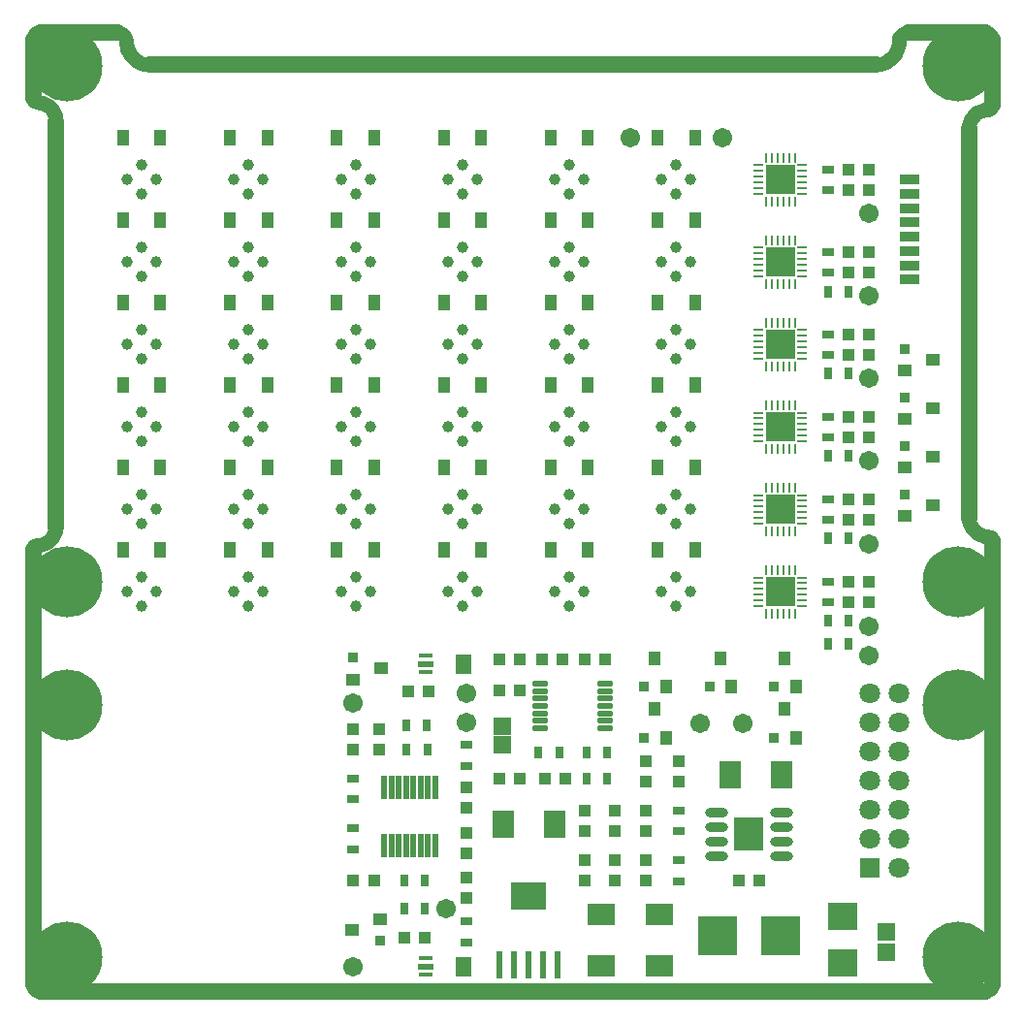
<source format=gbr>
G04*
G04 #@! TF.GenerationSoftware,Altium Limited,Altium Designer,24.1.2 (44)*
G04*
G04 Layer_Color=16711935*
%FSLAX44Y44*%
%MOMM*%
G71*
G04*
G04 #@! TF.SameCoordinates,AB4D1F7E-5540-450B-A896-BEEC34A0DDED*
G04*
G04*
G04 #@! TF.FilePolarity,Negative*
G04*
G01*
G75*
%ADD13C,1.2700*%
%ADD14C,1.4732*%
%ADD15C,1.0032*%
%ADD16C,0.6032*%
%ADD17C,1.4032*%
%ADD18C,6.2032*%
%ADD19C,1.8032*%
%ADD20R,1.8032X1.8032*%
%ADD42R,1.8796X2.3622*%
%ADD43R,0.9500X0.9000*%
%ADD46R,3.1725X2.3455*%
%ADD47R,0.6325X2.3455*%
%ADD48R,2.3622X1.8796*%
%ADD49R,0.9000X0.9500*%
%ADD55R,2.6500X2.6500*%
%ADD56R,0.8048X0.2746*%
%ADD57R,0.2746X0.8048*%
%ADD60R,1.7018X0.8128*%
%ADD65R,1.2700X0.3810*%
%ADD66O,1.4532X0.5532*%
%ADD67R,3.5032X3.3532*%
%ADD68R,1.1032X1.0032*%
%ADD69R,0.8032X1.1032*%
%ADD70R,1.0032X1.1032*%
%ADD71R,1.1032X0.8032*%
%ADD72R,0.6032X2.0032*%
%ADD73R,1.6032X1.5032*%
%ADD74R,1.1532X1.1032*%
%ADD75R,1.4732X0.6032*%
%ADD76R,1.4732X1.7532*%
%ADD77R,1.1032X1.1532*%
%ADD78R,2.5032X2.4892*%
%ADD79O,2.0032X0.8032*%
%ADD80R,2.5032X3.0032*%
%ADD81C,1.7032*%
%ADD82R,1.1132X1.4232*%
%ADD83R,1.6032X1.6032*%
D13*
X26350Y766130D02*
X26149Y768688D01*
X25550Y771182D01*
X24568Y773553D01*
X23228Y775740D01*
X21561Y777691D01*
X19611Y779358D01*
X17423Y780698D01*
X15053Y781680D01*
X12558Y782279D01*
X10000Y782480D01*
X838000Y6350D02*
X840821Y7105D01*
X842889Y9168D01*
X843650Y11988D01*
X770000Y843650D02*
X767636Y843275D01*
X765504Y842189D01*
X763811Y840496D01*
X762725Y838364D01*
X762350Y836000D01*
X843650Y838000D02*
X842893Y840825D01*
X840825Y842893D01*
X838000Y843650D01*
X843650Y400000D02*
X842581Y402581D01*
X840000Y403650D01*
X6350Y12000D02*
X7105Y9179D01*
X9168Y7111D01*
X11988Y6350D01*
X823650Y420000D02*
X823851Y417442D01*
X824450Y414948D01*
X825432Y412577D01*
X826772Y410390D01*
X828439Y408439D01*
X830390Y406772D01*
X832577Y405432D01*
X834948Y404450D01*
X837442Y403851D01*
X840000Y403650D01*
X742000Y815650D02*
X744451Y815798D01*
X746867Y816240D01*
X749212Y816970D01*
X751451Y817978D01*
X753553Y819247D01*
X755487Y820761D01*
X757225Y822497D01*
X758740Y824429D01*
X760012Y826529D01*
X761022Y828768D01*
X761755Y831112D01*
X762199Y833527D01*
X762350Y835978D01*
X12000Y843650D02*
X9175Y842893D01*
X7107Y840825D01*
X6350Y838000D01*
X10000Y396080D02*
X7419Y395011D01*
X6350Y392430D01*
X10000Y396080D02*
X12558Y396281D01*
X15053Y396880D01*
X17423Y397862D01*
X19611Y399202D01*
X21561Y400869D01*
X23228Y402820D01*
X24568Y405007D01*
X25550Y407378D01*
X26149Y409872D01*
X26350Y412430D01*
X87650Y836000D02*
X87276Y838360D01*
X86193Y840490D01*
X84506Y842182D01*
X82378Y843271D01*
X80019Y843650D01*
X6350Y786130D02*
X7419Y783549D01*
X10000Y782480D01*
X840001Y776350D02*
X837457Y776151D01*
X834975Y775559D01*
X832615Y774587D01*
X830436Y773260D01*
X828489Y771611D01*
X826823Y769678D01*
X825477Y767510D01*
X824486Y765159D01*
X823872Y762682D01*
X823651Y760140D01*
X87650Y835978D02*
X87801Y833527D01*
X88245Y831112D01*
X88978Y828768D01*
X89988Y826529D01*
X91260Y824429D01*
X92775Y822497D01*
X94513Y820761D01*
X96447Y819247D01*
X98549Y817978D01*
X100788Y816970D01*
X103133Y816240D01*
X105549Y815798D01*
X108000Y815650D01*
X840012Y776350D02*
X842562Y777399D01*
X843650Y779933D01*
D14*
X6350Y12025D02*
X6350Y392412D01*
X843650Y12000D02*
X843650Y400000D01*
X26350Y412430D02*
Y766130D01*
X823650Y420000D02*
Y760000D01*
X843650Y780001D02*
Y838000D01*
X12000Y6350D02*
X837975Y6350D01*
X6350Y786130D02*
Y838000D01*
X770000Y843650D02*
X838000D01*
X12018Y843650D02*
X80000Y843650D01*
X108000Y815650D02*
X742000D01*
D15*
X555400Y427000D02*
D03*
X568100Y439700D02*
D03*
Y414300D02*
D03*
X580800Y427000D02*
D03*
X555400Y355000D02*
D03*
X568100Y367700D02*
D03*
Y342300D02*
D03*
X580800Y355000D02*
D03*
X462060D02*
D03*
X474760Y367700D02*
D03*
Y342300D02*
D03*
X487460Y355000D02*
D03*
X368720Y427000D02*
D03*
X381420Y439700D02*
D03*
Y414300D02*
D03*
X394120Y427000D02*
D03*
X462060D02*
D03*
X474760Y439700D02*
D03*
Y414300D02*
D03*
X487460Y427000D02*
D03*
X368720Y355000D02*
D03*
X381420Y367700D02*
D03*
Y342300D02*
D03*
X394120Y355000D02*
D03*
X275380D02*
D03*
X288080Y367700D02*
D03*
Y342300D02*
D03*
X300780Y355000D02*
D03*
X275380Y427000D02*
D03*
X288080Y439700D02*
D03*
Y414300D02*
D03*
X300780Y427000D02*
D03*
X275380Y499000D02*
D03*
X288080Y511700D02*
D03*
Y486300D02*
D03*
X300780Y499000D02*
D03*
X368720D02*
D03*
X381420Y511700D02*
D03*
Y486300D02*
D03*
X394120Y499000D02*
D03*
X462060D02*
D03*
X474760Y511700D02*
D03*
Y486300D02*
D03*
X487460Y499000D02*
D03*
X555400D02*
D03*
X568100Y511700D02*
D03*
Y486300D02*
D03*
X580800Y499000D02*
D03*
X555400Y571000D02*
D03*
X568100Y583700D02*
D03*
Y558300D02*
D03*
X580800Y571000D02*
D03*
X462060D02*
D03*
X474760Y583700D02*
D03*
Y558300D02*
D03*
X487460Y571000D02*
D03*
X368720D02*
D03*
X381420Y583700D02*
D03*
Y558300D02*
D03*
X394120Y571000D02*
D03*
X275380D02*
D03*
X288080Y583700D02*
D03*
Y558300D02*
D03*
X300780Y571000D02*
D03*
X182040D02*
D03*
X194740Y583700D02*
D03*
Y558300D02*
D03*
X207440Y571000D02*
D03*
X182040Y499000D02*
D03*
X194740Y511700D02*
D03*
Y486300D02*
D03*
X207440Y499000D02*
D03*
X182040Y427000D02*
D03*
X194740Y439700D02*
D03*
Y414300D02*
D03*
X207440Y427000D02*
D03*
X182040Y355000D02*
D03*
X194740Y367700D02*
D03*
Y342300D02*
D03*
X207440Y355000D02*
D03*
X88700D02*
D03*
X101400Y367700D02*
D03*
Y342300D02*
D03*
X114100Y355000D02*
D03*
X88700Y427000D02*
D03*
X101400Y439700D02*
D03*
Y414300D02*
D03*
X114100Y427000D02*
D03*
X88700Y499000D02*
D03*
X101400Y511700D02*
D03*
Y486300D02*
D03*
X114100Y499000D02*
D03*
X88700Y571000D02*
D03*
X101400Y583700D02*
D03*
Y558300D02*
D03*
X114100Y571000D02*
D03*
X182040Y643000D02*
D03*
X194740Y655700D02*
D03*
Y630300D02*
D03*
X207440Y643000D02*
D03*
X275380D02*
D03*
X288080Y655700D02*
D03*
Y630300D02*
D03*
X300780Y643000D02*
D03*
X368720D02*
D03*
X381420Y655700D02*
D03*
Y630300D02*
D03*
X394120Y643000D02*
D03*
X462060D02*
D03*
X474760Y655700D02*
D03*
Y630300D02*
D03*
X487460Y643000D02*
D03*
X580800D02*
D03*
X568100Y630300D02*
D03*
Y655700D02*
D03*
X555400Y643000D02*
D03*
Y715000D02*
D03*
X568100Y727700D02*
D03*
Y702300D02*
D03*
X580800Y715000D02*
D03*
X462060D02*
D03*
X474760Y727700D02*
D03*
Y702300D02*
D03*
X487460Y715000D02*
D03*
X368720D02*
D03*
X381420Y727700D02*
D03*
Y702300D02*
D03*
X394120Y715000D02*
D03*
X275380D02*
D03*
X288080Y727700D02*
D03*
Y702300D02*
D03*
X300780Y715000D02*
D03*
X182040D02*
D03*
X194740Y727700D02*
D03*
Y702300D02*
D03*
X207440Y715000D02*
D03*
X88700D02*
D03*
X101400Y727700D02*
D03*
Y702300D02*
D03*
X114100Y715000D02*
D03*
X88700Y643000D02*
D03*
X101400Y655700D02*
D03*
Y630300D02*
D03*
X114100Y643000D02*
D03*
D16*
X837863Y843679D02*
D03*
X827863D02*
D03*
X817863D02*
D03*
X807863D02*
D03*
X797863D02*
D03*
X787863D02*
D03*
X777863D02*
D03*
X767868Y843357D02*
D03*
X762267Y835073D02*
D03*
X759363Y825504D02*
D03*
X752230Y818495D02*
D03*
X742627Y815704D02*
D03*
X732628Y815679D02*
D03*
X722628D02*
D03*
X712628D02*
D03*
X702628D02*
D03*
X692628D02*
D03*
X682628D02*
D03*
X672628D02*
D03*
X662628D02*
D03*
X652628D02*
D03*
X642628D02*
D03*
X632628D02*
D03*
X622628D02*
D03*
X612628D02*
D03*
X602628D02*
D03*
X592628D02*
D03*
X582628D02*
D03*
X572628D02*
D03*
X562628D02*
D03*
X552628D02*
D03*
X542628D02*
D03*
X532628D02*
D03*
X522628D02*
D03*
X512628D02*
D03*
X502628D02*
D03*
X492628D02*
D03*
X482628D02*
D03*
X472628D02*
D03*
X462628D02*
D03*
X452628D02*
D03*
X442628D02*
D03*
X432628D02*
D03*
X422628D02*
D03*
X412628D02*
D03*
X402628D02*
D03*
X392628D02*
D03*
X382628D02*
D03*
X372628D02*
D03*
X362628D02*
D03*
X352628D02*
D03*
X342628D02*
D03*
X332628D02*
D03*
X322628D02*
D03*
X312628D02*
D03*
X302628D02*
D03*
X292628D02*
D03*
X282628D02*
D03*
X272628D02*
D03*
X262628D02*
D03*
X252628D02*
D03*
X242628D02*
D03*
X232629D02*
D03*
X222629D02*
D03*
X212629D02*
D03*
X202629D02*
D03*
X192629D02*
D03*
X182629D02*
D03*
X172629D02*
D03*
X162629D02*
D03*
X152629D02*
D03*
X142629D02*
D03*
X132629D02*
D03*
X122629D02*
D03*
X112629D02*
D03*
X102659Y816448D02*
D03*
X93933Y821335D02*
D03*
X88693Y829852D02*
D03*
X86726Y839656D02*
D03*
X77571Y843679D02*
D03*
X67571D02*
D03*
X57571D02*
D03*
X47571D02*
D03*
X37571Y843679D02*
D03*
X27571D02*
D03*
X17571D02*
D03*
X7768Y841704D02*
D03*
X6321Y831809D02*
D03*
Y821809D02*
D03*
Y811810D02*
D03*
Y801810D02*
D03*
Y791810D02*
D03*
X10419Y782688D02*
D03*
X19766Y779132D02*
D03*
X25583Y770999D02*
D03*
X26321Y761026D02*
D03*
Y751026D02*
D03*
Y741026D02*
D03*
Y731026D02*
D03*
Y721026D02*
D03*
Y711026D02*
D03*
Y701026D02*
D03*
Y691026D02*
D03*
Y681026D02*
D03*
Y671026D02*
D03*
Y661026D02*
D03*
Y651026D02*
D03*
Y641026D02*
D03*
Y631026D02*
D03*
Y621026D02*
D03*
Y611026D02*
D03*
Y601026D02*
D03*
Y591026D02*
D03*
Y581026D02*
D03*
Y571026D02*
D03*
Y561026D02*
D03*
Y551026D02*
D03*
Y541026D02*
D03*
Y531026D02*
D03*
Y521026D02*
D03*
Y511026D02*
D03*
Y501026D02*
D03*
Y491026D02*
D03*
Y481026D02*
D03*
Y471026D02*
D03*
Y461026D02*
D03*
Y451026D02*
D03*
Y441026D02*
D03*
Y431026D02*
D03*
Y421026D02*
D03*
X26332Y411026D02*
D03*
X22373Y401844D02*
D03*
X13880Y396564D02*
D03*
X6321Y390017D02*
D03*
Y380017D02*
D03*
Y370017D02*
D03*
Y360017D02*
D03*
Y350017D02*
D03*
Y340018D02*
D03*
Y330018D02*
D03*
Y320018D02*
D03*
Y310018D02*
D03*
Y300018D02*
D03*
Y290018D02*
D03*
Y280018D02*
D03*
Y270018D02*
D03*
Y260018D02*
D03*
Y250018D02*
D03*
Y240018D02*
D03*
Y230018D02*
D03*
Y220018D02*
D03*
Y210018D02*
D03*
Y200018D02*
D03*
Y190018D02*
D03*
Y180018D02*
D03*
Y170018D02*
D03*
Y160018D02*
D03*
Y150018D02*
D03*
Y140018D02*
D03*
Y130018D02*
D03*
Y120018D02*
D03*
Y110018D02*
D03*
Y100018D02*
D03*
Y90018D02*
D03*
Y80018D02*
D03*
Y70018D02*
D03*
Y60018D02*
D03*
Y50018D02*
D03*
Y40018D02*
D03*
Y30018D02*
D03*
Y20018D02*
D03*
X6742Y10027D02*
D03*
X16030Y6321D02*
D03*
X26030D02*
D03*
X36030D02*
D03*
X46030D02*
D03*
X56030D02*
D03*
X66030D02*
D03*
X76030D02*
D03*
X86030D02*
D03*
X96030D02*
D03*
X106030D02*
D03*
X116030D02*
D03*
X126030D02*
D03*
X136030D02*
D03*
X146030D02*
D03*
X156030D02*
D03*
X166030D02*
D03*
X176029D02*
D03*
X186029D02*
D03*
X196029D02*
D03*
X206029D02*
D03*
X216029D02*
D03*
X226029D02*
D03*
X236029D02*
D03*
X246029D02*
D03*
X256029D02*
D03*
X266029D02*
D03*
X276029D02*
D03*
X286029D02*
D03*
X296029D02*
D03*
X306029D02*
D03*
X316029D02*
D03*
X326029D02*
D03*
X336029D02*
D03*
X346029D02*
D03*
X356029D02*
D03*
X366029D02*
D03*
X376029D02*
D03*
X386029D02*
D03*
X396029D02*
D03*
X406029D02*
D03*
X416029D02*
D03*
X426029D02*
D03*
X436029D02*
D03*
X446029D02*
D03*
X456029D02*
D03*
X466029D02*
D03*
X476029D02*
D03*
X486029D02*
D03*
X496029D02*
D03*
X506029D02*
D03*
X516029D02*
D03*
X526029D02*
D03*
X536029D02*
D03*
X546029D02*
D03*
X556029D02*
D03*
X566029D02*
D03*
X576029D02*
D03*
X586029D02*
D03*
X596029D02*
D03*
X606029D02*
D03*
X616029D02*
D03*
X626029D02*
D03*
X636029D02*
D03*
X646029D02*
D03*
X656029D02*
D03*
X666029D02*
D03*
X676029D02*
D03*
X686029D02*
D03*
X696029D02*
D03*
X706029D02*
D03*
X716029D02*
D03*
X726028D02*
D03*
X736028D02*
D03*
X746028D02*
D03*
X756028D02*
D03*
X766028D02*
D03*
X776028D02*
D03*
X786028D02*
D03*
X796028D02*
D03*
X806028D02*
D03*
X816028D02*
D03*
X826028D02*
D03*
X836028D02*
D03*
X843566Y12892D02*
D03*
X843679Y22891D02*
D03*
Y32891D02*
D03*
Y42891D02*
D03*
Y52891D02*
D03*
Y62891D02*
D03*
Y72891D02*
D03*
Y82891D02*
D03*
Y92891D02*
D03*
Y102891D02*
D03*
Y112891D02*
D03*
Y122891D02*
D03*
Y132891D02*
D03*
X843679Y142891D02*
D03*
Y152891D02*
D03*
Y162891D02*
D03*
Y172891D02*
D03*
Y182891D02*
D03*
Y192891D02*
D03*
Y202891D02*
D03*
Y212891D02*
D03*
Y222891D02*
D03*
Y232891D02*
D03*
Y242891D02*
D03*
Y252891D02*
D03*
Y262891D02*
D03*
X843679Y272891D02*
D03*
Y282891D02*
D03*
Y292891D02*
D03*
Y302891D02*
D03*
Y312890D02*
D03*
Y322891D02*
D03*
Y332891D02*
D03*
Y342891D02*
D03*
Y352891D02*
D03*
Y362890D02*
D03*
Y372890D02*
D03*
Y382890D02*
D03*
Y392890D02*
D03*
X842293Y402794D02*
D03*
X832651Y405444D02*
D03*
X825524Y412458D02*
D03*
X823679Y422287D02*
D03*
X823679Y432287D02*
D03*
X823679Y442287D02*
D03*
X823679Y452287D02*
D03*
X823679Y462287D02*
D03*
X823679Y472287D02*
D03*
X823679Y482287D02*
D03*
X823679Y492287D02*
D03*
X823679Y502287D02*
D03*
X823680Y512287D02*
D03*
X823680Y522287D02*
D03*
X823680Y532287D02*
D03*
X823680Y542286D02*
D03*
X823680Y552286D02*
D03*
X823680Y562286D02*
D03*
X823680Y572286D02*
D03*
X823680Y582286D02*
D03*
X823680Y592286D02*
D03*
X823680Y602286D02*
D03*
X823680Y612286D02*
D03*
X823680Y622286D02*
D03*
X823680Y632286D02*
D03*
X823680Y642286D02*
D03*
X823680Y652286D02*
D03*
X823680Y662286D02*
D03*
X823680Y672286D02*
D03*
X823680Y682286D02*
D03*
X823680Y692286D02*
D03*
X823680Y702286D02*
D03*
X823680Y712286D02*
D03*
X823680Y722286D02*
D03*
X823680Y732286D02*
D03*
X823680Y742286D02*
D03*
X823680Y752286D02*
D03*
X823901Y762284D02*
D03*
X828215Y771305D02*
D03*
X837038Y776011D02*
D03*
X843679Y783487D02*
D03*
Y793487D02*
D03*
Y803487D02*
D03*
Y813487D02*
D03*
Y823487D02*
D03*
Y833487D02*
D03*
D17*
X52165Y239835D02*
D03*
X19835D02*
D03*
Y272164D02*
D03*
X52165D02*
D03*
X58860Y256000D02*
D03*
X36000Y233140D02*
D03*
X13140Y256000D02*
D03*
X36000Y278860D02*
D03*
X52165Y19835D02*
D03*
X19835D02*
D03*
Y52165D02*
D03*
X52165D02*
D03*
X58860Y36000D02*
D03*
X36000Y13140D02*
D03*
X13140Y36000D02*
D03*
X36000Y58860D02*
D03*
X830164Y19835D02*
D03*
X797835D02*
D03*
Y52165D02*
D03*
X830164D02*
D03*
X836860Y36000D02*
D03*
X814000Y13140D02*
D03*
X791140Y36000D02*
D03*
X814000Y58860D02*
D03*
X830164Y239835D02*
D03*
X797835D02*
D03*
Y272164D02*
D03*
X830164D02*
D03*
X836860Y256000D02*
D03*
X814000Y233140D02*
D03*
X791140Y256000D02*
D03*
X814000Y278860D02*
D03*
X830164Y347836D02*
D03*
X797835D02*
D03*
Y380164D02*
D03*
X830164D02*
D03*
X836860Y364000D02*
D03*
X814000Y341140D02*
D03*
X791140Y364000D02*
D03*
X814000Y386860D02*
D03*
X830164Y797835D02*
D03*
X797835D02*
D03*
Y830164D02*
D03*
X830164D02*
D03*
X836860Y814000D02*
D03*
X814000Y791140D02*
D03*
X791140Y814000D02*
D03*
X814000Y836860D02*
D03*
X52165Y797835D02*
D03*
X19835D02*
D03*
Y830164D02*
D03*
X52165D02*
D03*
X58860Y814000D02*
D03*
X36000Y791140D02*
D03*
X13140Y814000D02*
D03*
X36000Y836860D02*
D03*
X52165Y347836D02*
D03*
X19835D02*
D03*
Y380164D02*
D03*
X52165D02*
D03*
X58860Y364000D02*
D03*
X36000Y341140D02*
D03*
X13140Y364000D02*
D03*
X36000Y386860D02*
D03*
D18*
Y256000D02*
D03*
Y36000D02*
D03*
X814000D02*
D03*
Y256000D02*
D03*
Y364000D02*
D03*
Y814000D02*
D03*
X36000D02*
D03*
Y364000D02*
D03*
D19*
X762700Y113800D02*
D03*
Y139200D02*
D03*
Y164600D02*
D03*
Y190000D02*
D03*
Y215400D02*
D03*
Y240800D02*
D03*
Y266200D02*
D03*
X737300Y139200D02*
D03*
Y164600D02*
D03*
Y190000D02*
D03*
Y215400D02*
D03*
Y240800D02*
D03*
Y266200D02*
D03*
D20*
Y113800D02*
D03*
D42*
X461772Y152273D02*
D03*
X417068D02*
D03*
X615370Y195580D02*
D03*
X660074D02*
D03*
D43*
X309666Y50190D02*
D03*
X767280Y567030D02*
D03*
Y524697D02*
D03*
Y482363D02*
D03*
Y440030D02*
D03*
X285750Y297485D02*
D03*
D46*
X439142Y89294D02*
D03*
D47*
X413742Y29088D02*
D03*
X426442D02*
D03*
X439142D02*
D03*
X451842D02*
D03*
X464542D02*
D03*
D48*
X502920Y73152D02*
D03*
Y28448D02*
D03*
X553720Y73240D02*
D03*
Y28536D02*
D03*
D49*
X539931Y227530D02*
D03*
X653440D02*
D03*
Y271980D02*
D03*
X597320D02*
D03*
X539931D02*
D03*
D55*
X659130Y715000D02*
D03*
Y643000D02*
D03*
Y499000D02*
D03*
Y571000D02*
D03*
Y427000D02*
D03*
Y355000D02*
D03*
D56*
X678154Y702500D02*
D03*
Y707500D02*
D03*
Y712500D02*
D03*
Y717500D02*
D03*
Y722500D02*
D03*
Y727500D02*
D03*
X640106D02*
D03*
Y722500D02*
D03*
Y717500D02*
D03*
Y712500D02*
D03*
Y707500D02*
D03*
Y702500D02*
D03*
Y630500D02*
D03*
Y635500D02*
D03*
Y640500D02*
D03*
Y645500D02*
D03*
Y650500D02*
D03*
Y655500D02*
D03*
X678154D02*
D03*
Y650500D02*
D03*
Y645500D02*
D03*
Y640500D02*
D03*
Y635500D02*
D03*
Y630500D02*
D03*
X640106Y486500D02*
D03*
Y491500D02*
D03*
Y496500D02*
D03*
Y501500D02*
D03*
Y506500D02*
D03*
Y511500D02*
D03*
X678154D02*
D03*
Y506500D02*
D03*
Y501500D02*
D03*
Y496500D02*
D03*
Y491500D02*
D03*
Y486500D02*
D03*
X640106Y558500D02*
D03*
Y563500D02*
D03*
Y568500D02*
D03*
Y573500D02*
D03*
Y578500D02*
D03*
Y583500D02*
D03*
X678154D02*
D03*
Y578500D02*
D03*
Y573500D02*
D03*
Y568500D02*
D03*
Y563500D02*
D03*
Y558500D02*
D03*
X640106Y414500D02*
D03*
Y419500D02*
D03*
Y424500D02*
D03*
Y429500D02*
D03*
Y434500D02*
D03*
Y439500D02*
D03*
X678154D02*
D03*
Y434500D02*
D03*
Y429500D02*
D03*
Y424500D02*
D03*
Y419500D02*
D03*
Y414500D02*
D03*
X640106Y342500D02*
D03*
Y347500D02*
D03*
Y352500D02*
D03*
Y357500D02*
D03*
Y362500D02*
D03*
Y367500D02*
D03*
X678154D02*
D03*
Y362500D02*
D03*
Y357500D02*
D03*
Y352500D02*
D03*
Y347500D02*
D03*
Y342500D02*
D03*
D57*
X671630Y734024D02*
D03*
X666630D02*
D03*
X661630D02*
D03*
X656630D02*
D03*
X651630D02*
D03*
X646630D02*
D03*
Y695976D02*
D03*
X651630D02*
D03*
X656630D02*
D03*
X661630D02*
D03*
X666630D02*
D03*
X671630D02*
D03*
Y623976D02*
D03*
X666630D02*
D03*
X661630D02*
D03*
X656630D02*
D03*
X651630D02*
D03*
X646630D02*
D03*
Y662024D02*
D03*
X651630D02*
D03*
X656630D02*
D03*
X661630D02*
D03*
X666630D02*
D03*
X671630D02*
D03*
Y479976D02*
D03*
X666630D02*
D03*
X661630D02*
D03*
X656630D02*
D03*
X651630D02*
D03*
X646630D02*
D03*
Y518024D02*
D03*
X651630D02*
D03*
X656630D02*
D03*
X661630D02*
D03*
X666630D02*
D03*
X671630D02*
D03*
Y551976D02*
D03*
X666630D02*
D03*
X661630D02*
D03*
X656630D02*
D03*
X651630D02*
D03*
X646630D02*
D03*
Y590024D02*
D03*
X651630D02*
D03*
X656630D02*
D03*
X661630D02*
D03*
X666630D02*
D03*
X671630D02*
D03*
Y407976D02*
D03*
X666630D02*
D03*
X661630D02*
D03*
X656630D02*
D03*
X651630D02*
D03*
X646630D02*
D03*
Y446024D02*
D03*
X651630D02*
D03*
X656630D02*
D03*
X661630D02*
D03*
X666630D02*
D03*
X671630D02*
D03*
Y335976D02*
D03*
X666630D02*
D03*
X661630D02*
D03*
X656630D02*
D03*
X651630D02*
D03*
X646630D02*
D03*
Y374024D02*
D03*
X651630D02*
D03*
X656630D02*
D03*
X661630D02*
D03*
X666630D02*
D03*
X671630D02*
D03*
D60*
X772160Y715080D02*
D03*
Y702580D02*
D03*
Y690080D02*
D03*
Y677580D02*
D03*
Y665080D02*
D03*
Y652580D02*
D03*
Y640080D02*
D03*
Y627580D02*
D03*
D65*
X349250Y34925D02*
D03*
Y20955D02*
D03*
Y299085D02*
D03*
Y285115D02*
D03*
D66*
X505770Y274770D02*
D03*
Y268270D02*
D03*
Y261770D02*
D03*
Y255270D02*
D03*
Y248770D02*
D03*
Y242270D02*
D03*
Y235770D02*
D03*
X449270Y274770D02*
D03*
Y268270D02*
D03*
Y261770D02*
D03*
Y255270D02*
D03*
Y248770D02*
D03*
Y242270D02*
D03*
Y235770D02*
D03*
D67*
X659130Y54610D02*
D03*
X604130D02*
D03*
D68*
X413910Y295888D02*
D03*
X431910D02*
D03*
Y269240D02*
D03*
X413910D02*
D03*
X351900Y267970D02*
D03*
X333900D02*
D03*
X413800Y191770D02*
D03*
X431800D02*
D03*
X453280D02*
D03*
X471280D02*
D03*
X286283Y102870D02*
D03*
X304283D02*
D03*
X330718Y53340D02*
D03*
X348718D02*
D03*
X622630Y102870D02*
D03*
X640630D02*
D03*
X451054Y295888D02*
D03*
X469054D02*
D03*
X488198D02*
D03*
X506198D02*
D03*
D69*
X332362Y238761D02*
D03*
X350521Y238760D02*
D03*
X350900Y217169D02*
D03*
X332741Y217170D02*
D03*
X447931Y214631D02*
D03*
X466090Y214630D02*
D03*
X489841Y214631D02*
D03*
X508000Y214630D02*
D03*
X489842Y191771D02*
D03*
X508001Y191770D02*
D03*
X330449Y102871D02*
D03*
X348608Y102870D02*
D03*
X330449Y78741D02*
D03*
X348608Y78740D02*
D03*
X718821Y309880D02*
D03*
X700662Y309881D02*
D03*
Y330201D02*
D03*
X718821Y330200D02*
D03*
X700662Y401956D02*
D03*
X718821Y401955D02*
D03*
X700662Y473711D02*
D03*
X718821Y473710D02*
D03*
X700662Y545466D02*
D03*
X718821Y545465D02*
D03*
X700662Y617221D02*
D03*
X718821Y617220D02*
D03*
D70*
X308610Y235060D02*
D03*
Y217060D02*
D03*
X285750D02*
D03*
Y235060D02*
D03*
X384810Y166260D02*
D03*
Y184260D02*
D03*
X488188Y163940D02*
D03*
Y145940D02*
D03*
X514858D02*
D03*
Y163940D02*
D03*
X488188Y120760D02*
D03*
Y102760D02*
D03*
X541528D02*
D03*
Y120760D02*
D03*
X514858Y102760D02*
D03*
Y120760D02*
D03*
X384810Y126890D02*
D03*
Y144890D02*
D03*
Y105520D02*
D03*
Y87520D02*
D03*
X541528Y189247D02*
D03*
Y207247D02*
D03*
X570230D02*
D03*
Y189247D02*
D03*
X541528Y145940D02*
D03*
Y163940D02*
D03*
X718820Y346000D02*
D03*
Y364000D02*
D03*
X736600D02*
D03*
Y346000D02*
D03*
X718820Y418000D02*
D03*
Y436000D02*
D03*
X736600D02*
D03*
Y418000D02*
D03*
X718820Y490000D02*
D03*
Y508000D02*
D03*
X736600D02*
D03*
Y490000D02*
D03*
X718820Y562000D02*
D03*
Y580000D02*
D03*
X736600D02*
D03*
Y562000D02*
D03*
X718820Y634000D02*
D03*
Y652000D02*
D03*
X736600Y634000D02*
D03*
Y652000D02*
D03*
X718820Y706000D02*
D03*
Y724000D02*
D03*
X736600D02*
D03*
Y706000D02*
D03*
D71*
X285751Y192148D02*
D03*
X285750Y173989D02*
D03*
X285749Y130432D02*
D03*
X285750Y148591D02*
D03*
X384811Y221358D02*
D03*
X384810Y203199D02*
D03*
X384817Y49152D02*
D03*
X384818Y67311D02*
D03*
X570229Y102491D02*
D03*
X570230Y120650D02*
D03*
X570231Y164209D02*
D03*
X570230Y146050D02*
D03*
X701039Y345733D02*
D03*
X701040Y363892D02*
D03*
X701039Y417733D02*
D03*
X701040Y435892D02*
D03*
X701039Y561733D02*
D03*
X701040Y579892D02*
D03*
X701039Y633733D02*
D03*
X701040Y651892D02*
D03*
X701039Y705733D02*
D03*
X701040Y723892D02*
D03*
Y507892D02*
D03*
X701039Y489733D02*
D03*
D72*
X357505Y184277D02*
D03*
X351155D02*
D03*
X344805D02*
D03*
X338455D02*
D03*
X332105D02*
D03*
X325755D02*
D03*
X319405D02*
D03*
X313055D02*
D03*
Y133223D02*
D03*
X319405D02*
D03*
X325755D02*
D03*
X332105D02*
D03*
X338455D02*
D03*
X344805D02*
D03*
X351155D02*
D03*
X357505D02*
D03*
D73*
X416167Y221870D02*
D03*
Y237870D02*
D03*
D74*
X309666Y69190D02*
D03*
X284666Y59690D02*
D03*
X767280Y548030D02*
D03*
X792280Y557530D02*
D03*
X767280Y505697D02*
D03*
X792280Y515197D02*
D03*
X767280Y463363D02*
D03*
X792280Y472863D02*
D03*
X767280Y421030D02*
D03*
X792280Y430530D02*
D03*
X310750Y287985D02*
D03*
X285750Y278485D02*
D03*
D75*
X349377Y27647D02*
D03*
X349369Y292205D02*
D03*
D76*
X382397Y27647D02*
D03*
X382389Y292205D02*
D03*
D77*
X558931Y227530D02*
D03*
X549431Y252530D02*
D03*
X672440Y227530D02*
D03*
X662940Y252530D02*
D03*
Y296980D02*
D03*
X672440Y271980D02*
D03*
X606820Y296980D02*
D03*
X616320Y271980D02*
D03*
X549431Y296980D02*
D03*
X558931Y271980D02*
D03*
D78*
X713170Y31060D02*
D03*
Y71700D02*
D03*
D79*
X603380Y124460D02*
D03*
Y137160D02*
D03*
Y149860D02*
D03*
Y162560D02*
D03*
X659880Y124460D02*
D03*
Y137160D02*
D03*
Y149860D02*
D03*
Y162560D02*
D03*
D80*
X631630Y143510D02*
D03*
D81*
X736600Y299720D02*
D03*
X608330Y751840D02*
D03*
X528320D02*
D03*
X384810Y241300D02*
D03*
X285750Y27774D02*
D03*
X736600Y613410D02*
D03*
Y397192D02*
D03*
X589280Y240030D02*
D03*
X626110D02*
D03*
X736600Y469265D02*
D03*
X285750Y257810D02*
D03*
X384810Y266700D02*
D03*
X367030Y78740D02*
D03*
X736600Y685800D02*
D03*
Y541338D02*
D03*
Y325120D02*
D03*
D82*
X458410Y391840D02*
D03*
X491110D02*
D03*
X551750D02*
D03*
X584450D02*
D03*
X551750Y463840D02*
D03*
X584450D02*
D03*
X458410D02*
D03*
X491110D02*
D03*
X458410Y535840D02*
D03*
X491110D02*
D03*
X551750D02*
D03*
X584450D02*
D03*
X551750Y607840D02*
D03*
X584450D02*
D03*
X458410D02*
D03*
X491110D02*
D03*
X365070D02*
D03*
X397770D02*
D03*
X365070Y535840D02*
D03*
X397770D02*
D03*
X365070Y463840D02*
D03*
X397770D02*
D03*
X365070Y391840D02*
D03*
X397770D02*
D03*
X271730D02*
D03*
X304430D02*
D03*
X271730Y463840D02*
D03*
X304430D02*
D03*
X271730Y535840D02*
D03*
X304430D02*
D03*
X178390Y607840D02*
D03*
X211090D02*
D03*
X271730D02*
D03*
X304430D02*
D03*
X178390Y535840D02*
D03*
X211090D02*
D03*
X178390Y463840D02*
D03*
X211090D02*
D03*
X178390Y391840D02*
D03*
X211090D02*
D03*
X85050D02*
D03*
X117750D02*
D03*
X85050Y463840D02*
D03*
X117750D02*
D03*
X85050Y535840D02*
D03*
X117750D02*
D03*
X85050Y607840D02*
D03*
X117750D02*
D03*
X85050Y679840D02*
D03*
X117750D02*
D03*
X178390D02*
D03*
X211090D02*
D03*
X271730D02*
D03*
X304430D02*
D03*
X365070D02*
D03*
X397770D02*
D03*
X458410D02*
D03*
X491110D02*
D03*
X551750D02*
D03*
X584450D02*
D03*
X551750Y751840D02*
D03*
X584450D02*
D03*
X458410D02*
D03*
X491110D02*
D03*
X365070D02*
D03*
X397770D02*
D03*
X271730D02*
D03*
X304430D02*
D03*
X178390D02*
D03*
X211090D02*
D03*
X85050D02*
D03*
X117750D02*
D03*
D83*
X751840Y57940D02*
D03*
Y40640D02*
D03*
M02*

</source>
